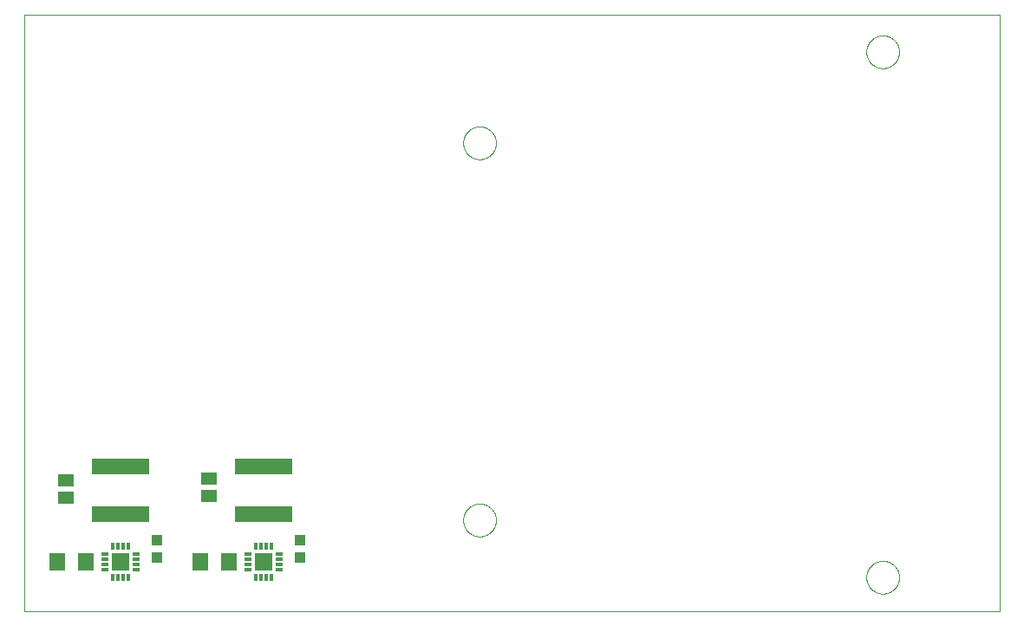
<source format=gtp>
G75*
%MOIN*%
%OFA0B0*%
%FSLAX25Y25*%
%IPPOS*%
%LPD*%
%AMOC8*
5,1,8,0,0,1.08239X$1,22.5*
%
%ADD10C,0.00000*%
%ADD11R,0.06693X0.06693*%
%ADD12R,0.01339X0.02559*%
%ADD13R,0.02559X0.01339*%
%ADD14R,0.06299X0.07087*%
%ADD15R,0.05906X0.05118*%
%ADD16R,0.22441X0.06299*%
%ADD17R,0.03937X0.04331*%
D10*
X0001000Y0002050D02*
X0001000Y0231459D01*
X0376079Y0231459D01*
X0376079Y0002050D01*
X0001000Y0002050D01*
X0169701Y0037050D02*
X0169703Y0037208D01*
X0169709Y0037366D01*
X0169719Y0037524D01*
X0169733Y0037682D01*
X0169751Y0037839D01*
X0169772Y0037996D01*
X0169798Y0038152D01*
X0169828Y0038308D01*
X0169861Y0038463D01*
X0169899Y0038616D01*
X0169940Y0038769D01*
X0169985Y0038921D01*
X0170034Y0039072D01*
X0170087Y0039221D01*
X0170143Y0039369D01*
X0170203Y0039515D01*
X0170267Y0039660D01*
X0170335Y0039803D01*
X0170406Y0039945D01*
X0170480Y0040085D01*
X0170558Y0040222D01*
X0170640Y0040358D01*
X0170724Y0040492D01*
X0170813Y0040623D01*
X0170904Y0040752D01*
X0170999Y0040879D01*
X0171096Y0041004D01*
X0171197Y0041126D01*
X0171301Y0041245D01*
X0171408Y0041362D01*
X0171518Y0041476D01*
X0171631Y0041587D01*
X0171746Y0041696D01*
X0171864Y0041801D01*
X0171985Y0041903D01*
X0172108Y0042003D01*
X0172234Y0042099D01*
X0172362Y0042192D01*
X0172492Y0042282D01*
X0172625Y0042368D01*
X0172760Y0042452D01*
X0172896Y0042531D01*
X0173035Y0042608D01*
X0173176Y0042680D01*
X0173318Y0042750D01*
X0173462Y0042815D01*
X0173608Y0042877D01*
X0173755Y0042935D01*
X0173904Y0042990D01*
X0174054Y0043041D01*
X0174205Y0043088D01*
X0174357Y0043131D01*
X0174510Y0043170D01*
X0174665Y0043206D01*
X0174820Y0043237D01*
X0174976Y0043265D01*
X0175132Y0043289D01*
X0175289Y0043309D01*
X0175447Y0043325D01*
X0175604Y0043337D01*
X0175763Y0043345D01*
X0175921Y0043349D01*
X0176079Y0043349D01*
X0176237Y0043345D01*
X0176396Y0043337D01*
X0176553Y0043325D01*
X0176711Y0043309D01*
X0176868Y0043289D01*
X0177024Y0043265D01*
X0177180Y0043237D01*
X0177335Y0043206D01*
X0177490Y0043170D01*
X0177643Y0043131D01*
X0177795Y0043088D01*
X0177946Y0043041D01*
X0178096Y0042990D01*
X0178245Y0042935D01*
X0178392Y0042877D01*
X0178538Y0042815D01*
X0178682Y0042750D01*
X0178824Y0042680D01*
X0178965Y0042608D01*
X0179104Y0042531D01*
X0179240Y0042452D01*
X0179375Y0042368D01*
X0179508Y0042282D01*
X0179638Y0042192D01*
X0179766Y0042099D01*
X0179892Y0042003D01*
X0180015Y0041903D01*
X0180136Y0041801D01*
X0180254Y0041696D01*
X0180369Y0041587D01*
X0180482Y0041476D01*
X0180592Y0041362D01*
X0180699Y0041245D01*
X0180803Y0041126D01*
X0180904Y0041004D01*
X0181001Y0040879D01*
X0181096Y0040752D01*
X0181187Y0040623D01*
X0181276Y0040492D01*
X0181360Y0040358D01*
X0181442Y0040222D01*
X0181520Y0040085D01*
X0181594Y0039945D01*
X0181665Y0039803D01*
X0181733Y0039660D01*
X0181797Y0039515D01*
X0181857Y0039369D01*
X0181913Y0039221D01*
X0181966Y0039072D01*
X0182015Y0038921D01*
X0182060Y0038769D01*
X0182101Y0038616D01*
X0182139Y0038463D01*
X0182172Y0038308D01*
X0182202Y0038152D01*
X0182228Y0037996D01*
X0182249Y0037839D01*
X0182267Y0037682D01*
X0182281Y0037524D01*
X0182291Y0037366D01*
X0182297Y0037208D01*
X0182299Y0037050D01*
X0182297Y0036892D01*
X0182291Y0036734D01*
X0182281Y0036576D01*
X0182267Y0036418D01*
X0182249Y0036261D01*
X0182228Y0036104D01*
X0182202Y0035948D01*
X0182172Y0035792D01*
X0182139Y0035637D01*
X0182101Y0035484D01*
X0182060Y0035331D01*
X0182015Y0035179D01*
X0181966Y0035028D01*
X0181913Y0034879D01*
X0181857Y0034731D01*
X0181797Y0034585D01*
X0181733Y0034440D01*
X0181665Y0034297D01*
X0181594Y0034155D01*
X0181520Y0034015D01*
X0181442Y0033878D01*
X0181360Y0033742D01*
X0181276Y0033608D01*
X0181187Y0033477D01*
X0181096Y0033348D01*
X0181001Y0033221D01*
X0180904Y0033096D01*
X0180803Y0032974D01*
X0180699Y0032855D01*
X0180592Y0032738D01*
X0180482Y0032624D01*
X0180369Y0032513D01*
X0180254Y0032404D01*
X0180136Y0032299D01*
X0180015Y0032197D01*
X0179892Y0032097D01*
X0179766Y0032001D01*
X0179638Y0031908D01*
X0179508Y0031818D01*
X0179375Y0031732D01*
X0179240Y0031648D01*
X0179104Y0031569D01*
X0178965Y0031492D01*
X0178824Y0031420D01*
X0178682Y0031350D01*
X0178538Y0031285D01*
X0178392Y0031223D01*
X0178245Y0031165D01*
X0178096Y0031110D01*
X0177946Y0031059D01*
X0177795Y0031012D01*
X0177643Y0030969D01*
X0177490Y0030930D01*
X0177335Y0030894D01*
X0177180Y0030863D01*
X0177024Y0030835D01*
X0176868Y0030811D01*
X0176711Y0030791D01*
X0176553Y0030775D01*
X0176396Y0030763D01*
X0176237Y0030755D01*
X0176079Y0030751D01*
X0175921Y0030751D01*
X0175763Y0030755D01*
X0175604Y0030763D01*
X0175447Y0030775D01*
X0175289Y0030791D01*
X0175132Y0030811D01*
X0174976Y0030835D01*
X0174820Y0030863D01*
X0174665Y0030894D01*
X0174510Y0030930D01*
X0174357Y0030969D01*
X0174205Y0031012D01*
X0174054Y0031059D01*
X0173904Y0031110D01*
X0173755Y0031165D01*
X0173608Y0031223D01*
X0173462Y0031285D01*
X0173318Y0031350D01*
X0173176Y0031420D01*
X0173035Y0031492D01*
X0172896Y0031569D01*
X0172760Y0031648D01*
X0172625Y0031732D01*
X0172492Y0031818D01*
X0172362Y0031908D01*
X0172234Y0032001D01*
X0172108Y0032097D01*
X0171985Y0032197D01*
X0171864Y0032299D01*
X0171746Y0032404D01*
X0171631Y0032513D01*
X0171518Y0032624D01*
X0171408Y0032738D01*
X0171301Y0032855D01*
X0171197Y0032974D01*
X0171096Y0033096D01*
X0170999Y0033221D01*
X0170904Y0033348D01*
X0170813Y0033477D01*
X0170724Y0033608D01*
X0170640Y0033742D01*
X0170558Y0033878D01*
X0170480Y0034015D01*
X0170406Y0034155D01*
X0170335Y0034297D01*
X0170267Y0034440D01*
X0170203Y0034585D01*
X0170143Y0034731D01*
X0170087Y0034879D01*
X0170034Y0035028D01*
X0169985Y0035179D01*
X0169940Y0035331D01*
X0169899Y0035484D01*
X0169861Y0035637D01*
X0169828Y0035792D01*
X0169798Y0035948D01*
X0169772Y0036104D01*
X0169751Y0036261D01*
X0169733Y0036418D01*
X0169719Y0036576D01*
X0169709Y0036734D01*
X0169703Y0036892D01*
X0169701Y0037050D01*
X0324701Y0015050D02*
X0324703Y0015208D01*
X0324709Y0015366D01*
X0324719Y0015524D01*
X0324733Y0015682D01*
X0324751Y0015839D01*
X0324772Y0015996D01*
X0324798Y0016152D01*
X0324828Y0016308D01*
X0324861Y0016463D01*
X0324899Y0016616D01*
X0324940Y0016769D01*
X0324985Y0016921D01*
X0325034Y0017072D01*
X0325087Y0017221D01*
X0325143Y0017369D01*
X0325203Y0017515D01*
X0325267Y0017660D01*
X0325335Y0017803D01*
X0325406Y0017945D01*
X0325480Y0018085D01*
X0325558Y0018222D01*
X0325640Y0018358D01*
X0325724Y0018492D01*
X0325813Y0018623D01*
X0325904Y0018752D01*
X0325999Y0018879D01*
X0326096Y0019004D01*
X0326197Y0019126D01*
X0326301Y0019245D01*
X0326408Y0019362D01*
X0326518Y0019476D01*
X0326631Y0019587D01*
X0326746Y0019696D01*
X0326864Y0019801D01*
X0326985Y0019903D01*
X0327108Y0020003D01*
X0327234Y0020099D01*
X0327362Y0020192D01*
X0327492Y0020282D01*
X0327625Y0020368D01*
X0327760Y0020452D01*
X0327896Y0020531D01*
X0328035Y0020608D01*
X0328176Y0020680D01*
X0328318Y0020750D01*
X0328462Y0020815D01*
X0328608Y0020877D01*
X0328755Y0020935D01*
X0328904Y0020990D01*
X0329054Y0021041D01*
X0329205Y0021088D01*
X0329357Y0021131D01*
X0329510Y0021170D01*
X0329665Y0021206D01*
X0329820Y0021237D01*
X0329976Y0021265D01*
X0330132Y0021289D01*
X0330289Y0021309D01*
X0330447Y0021325D01*
X0330604Y0021337D01*
X0330763Y0021345D01*
X0330921Y0021349D01*
X0331079Y0021349D01*
X0331237Y0021345D01*
X0331396Y0021337D01*
X0331553Y0021325D01*
X0331711Y0021309D01*
X0331868Y0021289D01*
X0332024Y0021265D01*
X0332180Y0021237D01*
X0332335Y0021206D01*
X0332490Y0021170D01*
X0332643Y0021131D01*
X0332795Y0021088D01*
X0332946Y0021041D01*
X0333096Y0020990D01*
X0333245Y0020935D01*
X0333392Y0020877D01*
X0333538Y0020815D01*
X0333682Y0020750D01*
X0333824Y0020680D01*
X0333965Y0020608D01*
X0334104Y0020531D01*
X0334240Y0020452D01*
X0334375Y0020368D01*
X0334508Y0020282D01*
X0334638Y0020192D01*
X0334766Y0020099D01*
X0334892Y0020003D01*
X0335015Y0019903D01*
X0335136Y0019801D01*
X0335254Y0019696D01*
X0335369Y0019587D01*
X0335482Y0019476D01*
X0335592Y0019362D01*
X0335699Y0019245D01*
X0335803Y0019126D01*
X0335904Y0019004D01*
X0336001Y0018879D01*
X0336096Y0018752D01*
X0336187Y0018623D01*
X0336276Y0018492D01*
X0336360Y0018358D01*
X0336442Y0018222D01*
X0336520Y0018085D01*
X0336594Y0017945D01*
X0336665Y0017803D01*
X0336733Y0017660D01*
X0336797Y0017515D01*
X0336857Y0017369D01*
X0336913Y0017221D01*
X0336966Y0017072D01*
X0337015Y0016921D01*
X0337060Y0016769D01*
X0337101Y0016616D01*
X0337139Y0016463D01*
X0337172Y0016308D01*
X0337202Y0016152D01*
X0337228Y0015996D01*
X0337249Y0015839D01*
X0337267Y0015682D01*
X0337281Y0015524D01*
X0337291Y0015366D01*
X0337297Y0015208D01*
X0337299Y0015050D01*
X0337297Y0014892D01*
X0337291Y0014734D01*
X0337281Y0014576D01*
X0337267Y0014418D01*
X0337249Y0014261D01*
X0337228Y0014104D01*
X0337202Y0013948D01*
X0337172Y0013792D01*
X0337139Y0013637D01*
X0337101Y0013484D01*
X0337060Y0013331D01*
X0337015Y0013179D01*
X0336966Y0013028D01*
X0336913Y0012879D01*
X0336857Y0012731D01*
X0336797Y0012585D01*
X0336733Y0012440D01*
X0336665Y0012297D01*
X0336594Y0012155D01*
X0336520Y0012015D01*
X0336442Y0011878D01*
X0336360Y0011742D01*
X0336276Y0011608D01*
X0336187Y0011477D01*
X0336096Y0011348D01*
X0336001Y0011221D01*
X0335904Y0011096D01*
X0335803Y0010974D01*
X0335699Y0010855D01*
X0335592Y0010738D01*
X0335482Y0010624D01*
X0335369Y0010513D01*
X0335254Y0010404D01*
X0335136Y0010299D01*
X0335015Y0010197D01*
X0334892Y0010097D01*
X0334766Y0010001D01*
X0334638Y0009908D01*
X0334508Y0009818D01*
X0334375Y0009732D01*
X0334240Y0009648D01*
X0334104Y0009569D01*
X0333965Y0009492D01*
X0333824Y0009420D01*
X0333682Y0009350D01*
X0333538Y0009285D01*
X0333392Y0009223D01*
X0333245Y0009165D01*
X0333096Y0009110D01*
X0332946Y0009059D01*
X0332795Y0009012D01*
X0332643Y0008969D01*
X0332490Y0008930D01*
X0332335Y0008894D01*
X0332180Y0008863D01*
X0332024Y0008835D01*
X0331868Y0008811D01*
X0331711Y0008791D01*
X0331553Y0008775D01*
X0331396Y0008763D01*
X0331237Y0008755D01*
X0331079Y0008751D01*
X0330921Y0008751D01*
X0330763Y0008755D01*
X0330604Y0008763D01*
X0330447Y0008775D01*
X0330289Y0008791D01*
X0330132Y0008811D01*
X0329976Y0008835D01*
X0329820Y0008863D01*
X0329665Y0008894D01*
X0329510Y0008930D01*
X0329357Y0008969D01*
X0329205Y0009012D01*
X0329054Y0009059D01*
X0328904Y0009110D01*
X0328755Y0009165D01*
X0328608Y0009223D01*
X0328462Y0009285D01*
X0328318Y0009350D01*
X0328176Y0009420D01*
X0328035Y0009492D01*
X0327896Y0009569D01*
X0327760Y0009648D01*
X0327625Y0009732D01*
X0327492Y0009818D01*
X0327362Y0009908D01*
X0327234Y0010001D01*
X0327108Y0010097D01*
X0326985Y0010197D01*
X0326864Y0010299D01*
X0326746Y0010404D01*
X0326631Y0010513D01*
X0326518Y0010624D01*
X0326408Y0010738D01*
X0326301Y0010855D01*
X0326197Y0010974D01*
X0326096Y0011096D01*
X0325999Y0011221D01*
X0325904Y0011348D01*
X0325813Y0011477D01*
X0325724Y0011608D01*
X0325640Y0011742D01*
X0325558Y0011878D01*
X0325480Y0012015D01*
X0325406Y0012155D01*
X0325335Y0012297D01*
X0325267Y0012440D01*
X0325203Y0012585D01*
X0325143Y0012731D01*
X0325087Y0012879D01*
X0325034Y0013028D01*
X0324985Y0013179D01*
X0324940Y0013331D01*
X0324899Y0013484D01*
X0324861Y0013637D01*
X0324828Y0013792D01*
X0324798Y0013948D01*
X0324772Y0014104D01*
X0324751Y0014261D01*
X0324733Y0014418D01*
X0324719Y0014576D01*
X0324709Y0014734D01*
X0324703Y0014892D01*
X0324701Y0015050D01*
X0169701Y0182050D02*
X0169703Y0182208D01*
X0169709Y0182366D01*
X0169719Y0182524D01*
X0169733Y0182682D01*
X0169751Y0182839D01*
X0169772Y0182996D01*
X0169798Y0183152D01*
X0169828Y0183308D01*
X0169861Y0183463D01*
X0169899Y0183616D01*
X0169940Y0183769D01*
X0169985Y0183921D01*
X0170034Y0184072D01*
X0170087Y0184221D01*
X0170143Y0184369D01*
X0170203Y0184515D01*
X0170267Y0184660D01*
X0170335Y0184803D01*
X0170406Y0184945D01*
X0170480Y0185085D01*
X0170558Y0185222D01*
X0170640Y0185358D01*
X0170724Y0185492D01*
X0170813Y0185623D01*
X0170904Y0185752D01*
X0170999Y0185879D01*
X0171096Y0186004D01*
X0171197Y0186126D01*
X0171301Y0186245D01*
X0171408Y0186362D01*
X0171518Y0186476D01*
X0171631Y0186587D01*
X0171746Y0186696D01*
X0171864Y0186801D01*
X0171985Y0186903D01*
X0172108Y0187003D01*
X0172234Y0187099D01*
X0172362Y0187192D01*
X0172492Y0187282D01*
X0172625Y0187368D01*
X0172760Y0187452D01*
X0172896Y0187531D01*
X0173035Y0187608D01*
X0173176Y0187680D01*
X0173318Y0187750D01*
X0173462Y0187815D01*
X0173608Y0187877D01*
X0173755Y0187935D01*
X0173904Y0187990D01*
X0174054Y0188041D01*
X0174205Y0188088D01*
X0174357Y0188131D01*
X0174510Y0188170D01*
X0174665Y0188206D01*
X0174820Y0188237D01*
X0174976Y0188265D01*
X0175132Y0188289D01*
X0175289Y0188309D01*
X0175447Y0188325D01*
X0175604Y0188337D01*
X0175763Y0188345D01*
X0175921Y0188349D01*
X0176079Y0188349D01*
X0176237Y0188345D01*
X0176396Y0188337D01*
X0176553Y0188325D01*
X0176711Y0188309D01*
X0176868Y0188289D01*
X0177024Y0188265D01*
X0177180Y0188237D01*
X0177335Y0188206D01*
X0177490Y0188170D01*
X0177643Y0188131D01*
X0177795Y0188088D01*
X0177946Y0188041D01*
X0178096Y0187990D01*
X0178245Y0187935D01*
X0178392Y0187877D01*
X0178538Y0187815D01*
X0178682Y0187750D01*
X0178824Y0187680D01*
X0178965Y0187608D01*
X0179104Y0187531D01*
X0179240Y0187452D01*
X0179375Y0187368D01*
X0179508Y0187282D01*
X0179638Y0187192D01*
X0179766Y0187099D01*
X0179892Y0187003D01*
X0180015Y0186903D01*
X0180136Y0186801D01*
X0180254Y0186696D01*
X0180369Y0186587D01*
X0180482Y0186476D01*
X0180592Y0186362D01*
X0180699Y0186245D01*
X0180803Y0186126D01*
X0180904Y0186004D01*
X0181001Y0185879D01*
X0181096Y0185752D01*
X0181187Y0185623D01*
X0181276Y0185492D01*
X0181360Y0185358D01*
X0181442Y0185222D01*
X0181520Y0185085D01*
X0181594Y0184945D01*
X0181665Y0184803D01*
X0181733Y0184660D01*
X0181797Y0184515D01*
X0181857Y0184369D01*
X0181913Y0184221D01*
X0181966Y0184072D01*
X0182015Y0183921D01*
X0182060Y0183769D01*
X0182101Y0183616D01*
X0182139Y0183463D01*
X0182172Y0183308D01*
X0182202Y0183152D01*
X0182228Y0182996D01*
X0182249Y0182839D01*
X0182267Y0182682D01*
X0182281Y0182524D01*
X0182291Y0182366D01*
X0182297Y0182208D01*
X0182299Y0182050D01*
X0182297Y0181892D01*
X0182291Y0181734D01*
X0182281Y0181576D01*
X0182267Y0181418D01*
X0182249Y0181261D01*
X0182228Y0181104D01*
X0182202Y0180948D01*
X0182172Y0180792D01*
X0182139Y0180637D01*
X0182101Y0180484D01*
X0182060Y0180331D01*
X0182015Y0180179D01*
X0181966Y0180028D01*
X0181913Y0179879D01*
X0181857Y0179731D01*
X0181797Y0179585D01*
X0181733Y0179440D01*
X0181665Y0179297D01*
X0181594Y0179155D01*
X0181520Y0179015D01*
X0181442Y0178878D01*
X0181360Y0178742D01*
X0181276Y0178608D01*
X0181187Y0178477D01*
X0181096Y0178348D01*
X0181001Y0178221D01*
X0180904Y0178096D01*
X0180803Y0177974D01*
X0180699Y0177855D01*
X0180592Y0177738D01*
X0180482Y0177624D01*
X0180369Y0177513D01*
X0180254Y0177404D01*
X0180136Y0177299D01*
X0180015Y0177197D01*
X0179892Y0177097D01*
X0179766Y0177001D01*
X0179638Y0176908D01*
X0179508Y0176818D01*
X0179375Y0176732D01*
X0179240Y0176648D01*
X0179104Y0176569D01*
X0178965Y0176492D01*
X0178824Y0176420D01*
X0178682Y0176350D01*
X0178538Y0176285D01*
X0178392Y0176223D01*
X0178245Y0176165D01*
X0178096Y0176110D01*
X0177946Y0176059D01*
X0177795Y0176012D01*
X0177643Y0175969D01*
X0177490Y0175930D01*
X0177335Y0175894D01*
X0177180Y0175863D01*
X0177024Y0175835D01*
X0176868Y0175811D01*
X0176711Y0175791D01*
X0176553Y0175775D01*
X0176396Y0175763D01*
X0176237Y0175755D01*
X0176079Y0175751D01*
X0175921Y0175751D01*
X0175763Y0175755D01*
X0175604Y0175763D01*
X0175447Y0175775D01*
X0175289Y0175791D01*
X0175132Y0175811D01*
X0174976Y0175835D01*
X0174820Y0175863D01*
X0174665Y0175894D01*
X0174510Y0175930D01*
X0174357Y0175969D01*
X0174205Y0176012D01*
X0174054Y0176059D01*
X0173904Y0176110D01*
X0173755Y0176165D01*
X0173608Y0176223D01*
X0173462Y0176285D01*
X0173318Y0176350D01*
X0173176Y0176420D01*
X0173035Y0176492D01*
X0172896Y0176569D01*
X0172760Y0176648D01*
X0172625Y0176732D01*
X0172492Y0176818D01*
X0172362Y0176908D01*
X0172234Y0177001D01*
X0172108Y0177097D01*
X0171985Y0177197D01*
X0171864Y0177299D01*
X0171746Y0177404D01*
X0171631Y0177513D01*
X0171518Y0177624D01*
X0171408Y0177738D01*
X0171301Y0177855D01*
X0171197Y0177974D01*
X0171096Y0178096D01*
X0170999Y0178221D01*
X0170904Y0178348D01*
X0170813Y0178477D01*
X0170724Y0178608D01*
X0170640Y0178742D01*
X0170558Y0178878D01*
X0170480Y0179015D01*
X0170406Y0179155D01*
X0170335Y0179297D01*
X0170267Y0179440D01*
X0170203Y0179585D01*
X0170143Y0179731D01*
X0170087Y0179879D01*
X0170034Y0180028D01*
X0169985Y0180179D01*
X0169940Y0180331D01*
X0169899Y0180484D01*
X0169861Y0180637D01*
X0169828Y0180792D01*
X0169798Y0180948D01*
X0169772Y0181104D01*
X0169751Y0181261D01*
X0169733Y0181418D01*
X0169719Y0181576D01*
X0169709Y0181734D01*
X0169703Y0181892D01*
X0169701Y0182050D01*
X0324701Y0217050D02*
X0324703Y0217208D01*
X0324709Y0217366D01*
X0324719Y0217524D01*
X0324733Y0217682D01*
X0324751Y0217839D01*
X0324772Y0217996D01*
X0324798Y0218152D01*
X0324828Y0218308D01*
X0324861Y0218463D01*
X0324899Y0218616D01*
X0324940Y0218769D01*
X0324985Y0218921D01*
X0325034Y0219072D01*
X0325087Y0219221D01*
X0325143Y0219369D01*
X0325203Y0219515D01*
X0325267Y0219660D01*
X0325335Y0219803D01*
X0325406Y0219945D01*
X0325480Y0220085D01*
X0325558Y0220222D01*
X0325640Y0220358D01*
X0325724Y0220492D01*
X0325813Y0220623D01*
X0325904Y0220752D01*
X0325999Y0220879D01*
X0326096Y0221004D01*
X0326197Y0221126D01*
X0326301Y0221245D01*
X0326408Y0221362D01*
X0326518Y0221476D01*
X0326631Y0221587D01*
X0326746Y0221696D01*
X0326864Y0221801D01*
X0326985Y0221903D01*
X0327108Y0222003D01*
X0327234Y0222099D01*
X0327362Y0222192D01*
X0327492Y0222282D01*
X0327625Y0222368D01*
X0327760Y0222452D01*
X0327896Y0222531D01*
X0328035Y0222608D01*
X0328176Y0222680D01*
X0328318Y0222750D01*
X0328462Y0222815D01*
X0328608Y0222877D01*
X0328755Y0222935D01*
X0328904Y0222990D01*
X0329054Y0223041D01*
X0329205Y0223088D01*
X0329357Y0223131D01*
X0329510Y0223170D01*
X0329665Y0223206D01*
X0329820Y0223237D01*
X0329976Y0223265D01*
X0330132Y0223289D01*
X0330289Y0223309D01*
X0330447Y0223325D01*
X0330604Y0223337D01*
X0330763Y0223345D01*
X0330921Y0223349D01*
X0331079Y0223349D01*
X0331237Y0223345D01*
X0331396Y0223337D01*
X0331553Y0223325D01*
X0331711Y0223309D01*
X0331868Y0223289D01*
X0332024Y0223265D01*
X0332180Y0223237D01*
X0332335Y0223206D01*
X0332490Y0223170D01*
X0332643Y0223131D01*
X0332795Y0223088D01*
X0332946Y0223041D01*
X0333096Y0222990D01*
X0333245Y0222935D01*
X0333392Y0222877D01*
X0333538Y0222815D01*
X0333682Y0222750D01*
X0333824Y0222680D01*
X0333965Y0222608D01*
X0334104Y0222531D01*
X0334240Y0222452D01*
X0334375Y0222368D01*
X0334508Y0222282D01*
X0334638Y0222192D01*
X0334766Y0222099D01*
X0334892Y0222003D01*
X0335015Y0221903D01*
X0335136Y0221801D01*
X0335254Y0221696D01*
X0335369Y0221587D01*
X0335482Y0221476D01*
X0335592Y0221362D01*
X0335699Y0221245D01*
X0335803Y0221126D01*
X0335904Y0221004D01*
X0336001Y0220879D01*
X0336096Y0220752D01*
X0336187Y0220623D01*
X0336276Y0220492D01*
X0336360Y0220358D01*
X0336442Y0220222D01*
X0336520Y0220085D01*
X0336594Y0219945D01*
X0336665Y0219803D01*
X0336733Y0219660D01*
X0336797Y0219515D01*
X0336857Y0219369D01*
X0336913Y0219221D01*
X0336966Y0219072D01*
X0337015Y0218921D01*
X0337060Y0218769D01*
X0337101Y0218616D01*
X0337139Y0218463D01*
X0337172Y0218308D01*
X0337202Y0218152D01*
X0337228Y0217996D01*
X0337249Y0217839D01*
X0337267Y0217682D01*
X0337281Y0217524D01*
X0337291Y0217366D01*
X0337297Y0217208D01*
X0337299Y0217050D01*
X0337297Y0216892D01*
X0337291Y0216734D01*
X0337281Y0216576D01*
X0337267Y0216418D01*
X0337249Y0216261D01*
X0337228Y0216104D01*
X0337202Y0215948D01*
X0337172Y0215792D01*
X0337139Y0215637D01*
X0337101Y0215484D01*
X0337060Y0215331D01*
X0337015Y0215179D01*
X0336966Y0215028D01*
X0336913Y0214879D01*
X0336857Y0214731D01*
X0336797Y0214585D01*
X0336733Y0214440D01*
X0336665Y0214297D01*
X0336594Y0214155D01*
X0336520Y0214015D01*
X0336442Y0213878D01*
X0336360Y0213742D01*
X0336276Y0213608D01*
X0336187Y0213477D01*
X0336096Y0213348D01*
X0336001Y0213221D01*
X0335904Y0213096D01*
X0335803Y0212974D01*
X0335699Y0212855D01*
X0335592Y0212738D01*
X0335482Y0212624D01*
X0335369Y0212513D01*
X0335254Y0212404D01*
X0335136Y0212299D01*
X0335015Y0212197D01*
X0334892Y0212097D01*
X0334766Y0212001D01*
X0334638Y0211908D01*
X0334508Y0211818D01*
X0334375Y0211732D01*
X0334240Y0211648D01*
X0334104Y0211569D01*
X0333965Y0211492D01*
X0333824Y0211420D01*
X0333682Y0211350D01*
X0333538Y0211285D01*
X0333392Y0211223D01*
X0333245Y0211165D01*
X0333096Y0211110D01*
X0332946Y0211059D01*
X0332795Y0211012D01*
X0332643Y0210969D01*
X0332490Y0210930D01*
X0332335Y0210894D01*
X0332180Y0210863D01*
X0332024Y0210835D01*
X0331868Y0210811D01*
X0331711Y0210791D01*
X0331553Y0210775D01*
X0331396Y0210763D01*
X0331237Y0210755D01*
X0331079Y0210751D01*
X0330921Y0210751D01*
X0330763Y0210755D01*
X0330604Y0210763D01*
X0330447Y0210775D01*
X0330289Y0210791D01*
X0330132Y0210811D01*
X0329976Y0210835D01*
X0329820Y0210863D01*
X0329665Y0210894D01*
X0329510Y0210930D01*
X0329357Y0210969D01*
X0329205Y0211012D01*
X0329054Y0211059D01*
X0328904Y0211110D01*
X0328755Y0211165D01*
X0328608Y0211223D01*
X0328462Y0211285D01*
X0328318Y0211350D01*
X0328176Y0211420D01*
X0328035Y0211492D01*
X0327896Y0211569D01*
X0327760Y0211648D01*
X0327625Y0211732D01*
X0327492Y0211818D01*
X0327362Y0211908D01*
X0327234Y0212001D01*
X0327108Y0212097D01*
X0326985Y0212197D01*
X0326864Y0212299D01*
X0326746Y0212404D01*
X0326631Y0212513D01*
X0326518Y0212624D01*
X0326408Y0212738D01*
X0326301Y0212855D01*
X0326197Y0212974D01*
X0326096Y0213096D01*
X0325999Y0213221D01*
X0325904Y0213348D01*
X0325813Y0213477D01*
X0325724Y0213608D01*
X0325640Y0213742D01*
X0325558Y0213878D01*
X0325480Y0214015D01*
X0325406Y0214155D01*
X0325335Y0214297D01*
X0325267Y0214440D01*
X0325203Y0214585D01*
X0325143Y0214731D01*
X0325087Y0214879D01*
X0325034Y0215028D01*
X0324985Y0215179D01*
X0324940Y0215331D01*
X0324899Y0215484D01*
X0324861Y0215637D01*
X0324828Y0215792D01*
X0324798Y0215948D01*
X0324772Y0216104D01*
X0324751Y0216261D01*
X0324733Y0216418D01*
X0324719Y0216576D01*
X0324709Y0216734D01*
X0324703Y0216892D01*
X0324701Y0217050D01*
D11*
X0093000Y0021050D03*
X0038000Y0021050D03*
D12*
X0037016Y0026956D03*
X0038984Y0026956D03*
X0040953Y0026956D03*
X0035047Y0026956D03*
X0035047Y0015144D03*
X0037016Y0015144D03*
X0038984Y0015144D03*
X0040953Y0015144D03*
X0090047Y0015144D03*
X0092016Y0015144D03*
X0093984Y0015144D03*
X0095953Y0015144D03*
X0095953Y0026956D03*
X0093984Y0026956D03*
X0092016Y0026956D03*
X0090047Y0026956D03*
D13*
X0087094Y0024003D03*
X0087094Y0022034D03*
X0087094Y0020066D03*
X0087094Y0018097D03*
X0098906Y0018097D03*
X0098906Y0020066D03*
X0098906Y0022034D03*
X0098906Y0024003D03*
X0043906Y0024003D03*
X0043906Y0022034D03*
X0043906Y0020066D03*
X0043906Y0018097D03*
X0032094Y0018097D03*
X0032094Y0020066D03*
X0032094Y0022034D03*
X0032094Y0024003D03*
D14*
X0024512Y0021050D03*
X0013488Y0021050D03*
X0068488Y0021050D03*
X0079512Y0021050D03*
D15*
X0072000Y0046204D03*
X0072000Y0052896D03*
X0017000Y0052396D03*
X0017000Y0045704D03*
D16*
X0038000Y0039298D03*
X0038000Y0057802D03*
X0093000Y0057802D03*
X0093000Y0039298D03*
D17*
X0107000Y0029396D03*
X0107000Y0022704D03*
X0052000Y0022704D03*
X0052000Y0029396D03*
M02*

</source>
